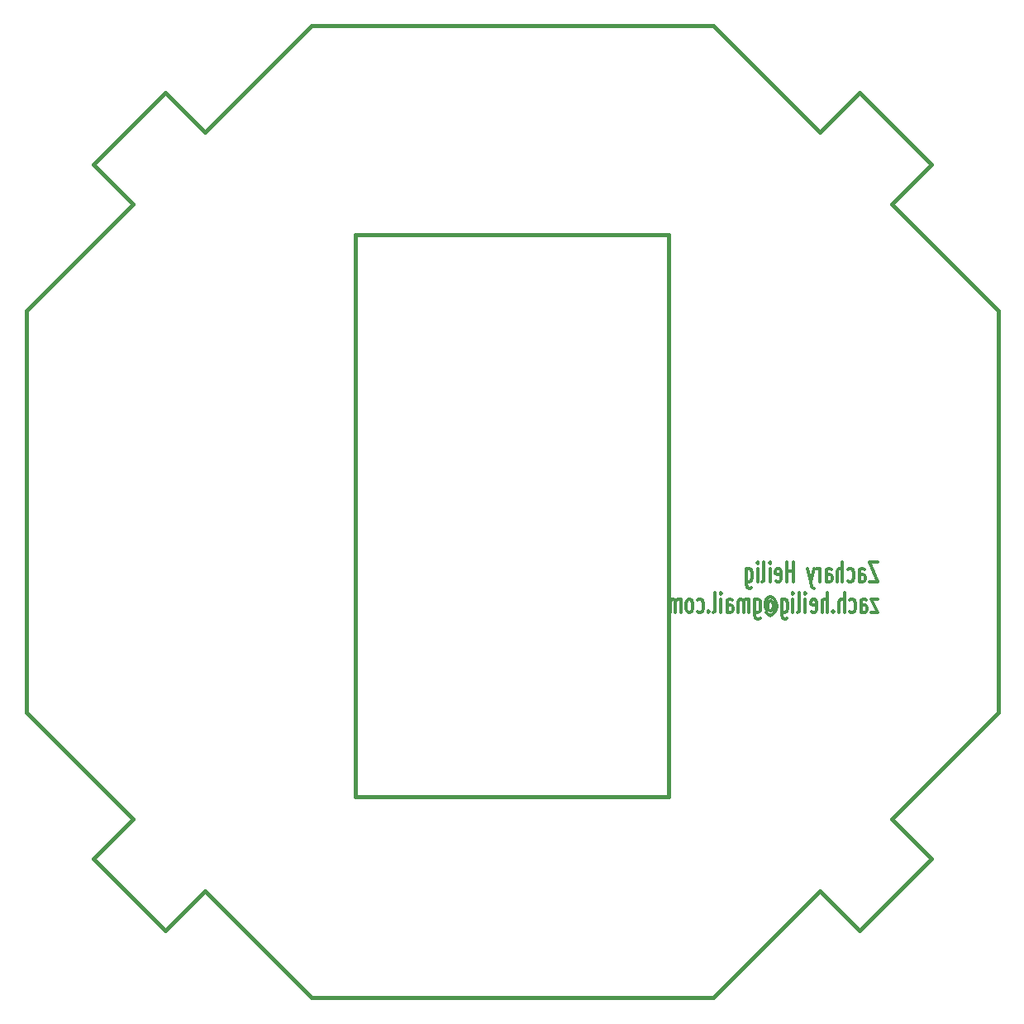
<source format=gbo>
G04 (created by PCBNEW-RS274X (2012-01-19 BZR 3256)-stable) date 2/20/2012 2:12:21 PM*
G01*
G70*
G90*
%MOIN*%
G04 Gerber Fmt 3.4, Leading zero omitted, Abs format*
%FSLAX34Y34*%
G04 APERTURE LIST*
%ADD10C,0.006000*%
%ADD11C,0.015000*%
%ADD12C,0.012000*%
G04 APERTURE END LIST*
G54D10*
G54D11*
X46000Y-56900D02*
X47600Y-55300D01*
X43100Y-54000D02*
X46000Y-56900D01*
X44700Y-52400D02*
X43100Y-54000D01*
X76900Y-54000D02*
X74000Y-56900D01*
X75300Y-52400D02*
X76900Y-54000D01*
X72400Y-55300D02*
X74000Y-56900D01*
X47600Y-24700D02*
X51900Y-20400D01*
X46000Y-23100D02*
X43100Y-26000D01*
X47600Y-24700D02*
X46000Y-23100D01*
X44700Y-27600D02*
X43100Y-26000D01*
X79600Y-48100D02*
X75300Y-52400D01*
X68100Y-59600D02*
X72400Y-55300D01*
X40400Y-48100D02*
X44700Y-52400D01*
X51900Y-59600D02*
X47600Y-55300D01*
X40400Y-31900D02*
X44700Y-27600D01*
X75300Y-27600D02*
X79600Y-31900D01*
X72400Y-24700D02*
X68100Y-20400D01*
X76900Y-26000D02*
X74000Y-23100D01*
X75300Y-27600D02*
X76900Y-26000D01*
X72400Y-24700D02*
X74000Y-23100D01*
X79600Y-31900D02*
X79600Y-48100D01*
X51900Y-20400D02*
X68100Y-20400D01*
X40400Y-48100D02*
X40400Y-31900D01*
X68100Y-59600D02*
X51900Y-59600D01*
G54D12*
X74729Y-42024D02*
X74395Y-42024D01*
X74729Y-42824D01*
X74395Y-42824D01*
X73991Y-42824D02*
X73991Y-42405D01*
X74014Y-42329D01*
X74062Y-42290D01*
X74157Y-42290D01*
X74205Y-42329D01*
X73991Y-42786D02*
X74038Y-42824D01*
X74157Y-42824D01*
X74205Y-42786D01*
X74229Y-42710D01*
X74229Y-42633D01*
X74205Y-42557D01*
X74157Y-42519D01*
X74038Y-42519D01*
X73991Y-42481D01*
X73539Y-42786D02*
X73586Y-42824D01*
X73682Y-42824D01*
X73729Y-42786D01*
X73753Y-42748D01*
X73777Y-42671D01*
X73777Y-42443D01*
X73753Y-42367D01*
X73729Y-42329D01*
X73682Y-42290D01*
X73586Y-42290D01*
X73539Y-42329D01*
X73324Y-42824D02*
X73324Y-42024D01*
X73110Y-42824D02*
X73110Y-42405D01*
X73133Y-42329D01*
X73181Y-42290D01*
X73253Y-42290D01*
X73300Y-42329D01*
X73324Y-42367D01*
X72658Y-42824D02*
X72658Y-42405D01*
X72681Y-42329D01*
X72729Y-42290D01*
X72824Y-42290D01*
X72872Y-42329D01*
X72658Y-42786D02*
X72705Y-42824D01*
X72824Y-42824D01*
X72872Y-42786D01*
X72896Y-42710D01*
X72896Y-42633D01*
X72872Y-42557D01*
X72824Y-42519D01*
X72705Y-42519D01*
X72658Y-42481D01*
X72420Y-42824D02*
X72420Y-42290D01*
X72420Y-42443D02*
X72396Y-42367D01*
X72372Y-42329D01*
X72325Y-42290D01*
X72277Y-42290D01*
X72158Y-42290D02*
X72039Y-42824D01*
X71919Y-42290D02*
X72039Y-42824D01*
X72086Y-43014D01*
X72110Y-43052D01*
X72158Y-43090D01*
X71348Y-42824D02*
X71348Y-42024D01*
X71348Y-42405D02*
X71062Y-42405D01*
X71062Y-42824D02*
X71062Y-42024D01*
X70633Y-42786D02*
X70681Y-42824D01*
X70776Y-42824D01*
X70824Y-42786D01*
X70848Y-42710D01*
X70848Y-42405D01*
X70824Y-42329D01*
X70776Y-42290D01*
X70681Y-42290D01*
X70633Y-42329D01*
X70610Y-42405D01*
X70610Y-42481D01*
X70848Y-42557D01*
X70395Y-42824D02*
X70395Y-42290D01*
X70395Y-42024D02*
X70419Y-42062D01*
X70395Y-42100D01*
X70371Y-42062D01*
X70395Y-42024D01*
X70395Y-42100D01*
X70086Y-42824D02*
X70133Y-42786D01*
X70157Y-42710D01*
X70157Y-42024D01*
X69895Y-42824D02*
X69895Y-42290D01*
X69895Y-42024D02*
X69919Y-42062D01*
X69895Y-42100D01*
X69871Y-42062D01*
X69895Y-42024D01*
X69895Y-42100D01*
X69443Y-42290D02*
X69443Y-42938D01*
X69466Y-43014D01*
X69490Y-43052D01*
X69538Y-43090D01*
X69609Y-43090D01*
X69657Y-43052D01*
X69443Y-42786D02*
X69490Y-42824D01*
X69586Y-42824D01*
X69633Y-42786D01*
X69657Y-42748D01*
X69681Y-42671D01*
X69681Y-42443D01*
X69657Y-42367D01*
X69633Y-42329D01*
X69586Y-42290D01*
X69490Y-42290D01*
X69443Y-42329D01*
X74729Y-43530D02*
X74467Y-43530D01*
X74729Y-44064D01*
X74467Y-44064D01*
X74062Y-44064D02*
X74062Y-43645D01*
X74085Y-43569D01*
X74133Y-43530D01*
X74228Y-43530D01*
X74276Y-43569D01*
X74062Y-44026D02*
X74109Y-44064D01*
X74228Y-44064D01*
X74276Y-44026D01*
X74300Y-43950D01*
X74300Y-43873D01*
X74276Y-43797D01*
X74228Y-43759D01*
X74109Y-43759D01*
X74062Y-43721D01*
X73610Y-44026D02*
X73657Y-44064D01*
X73753Y-44064D01*
X73800Y-44026D01*
X73824Y-43988D01*
X73848Y-43911D01*
X73848Y-43683D01*
X73824Y-43607D01*
X73800Y-43569D01*
X73753Y-43530D01*
X73657Y-43530D01*
X73610Y-43569D01*
X73395Y-44064D02*
X73395Y-43264D01*
X73181Y-44064D02*
X73181Y-43645D01*
X73204Y-43569D01*
X73252Y-43530D01*
X73324Y-43530D01*
X73371Y-43569D01*
X73395Y-43607D01*
X72943Y-43988D02*
X72919Y-44026D01*
X72943Y-44064D01*
X72967Y-44026D01*
X72943Y-43988D01*
X72943Y-44064D01*
X72705Y-44064D02*
X72705Y-43264D01*
X72491Y-44064D02*
X72491Y-43645D01*
X72514Y-43569D01*
X72562Y-43530D01*
X72634Y-43530D01*
X72681Y-43569D01*
X72705Y-43607D01*
X72062Y-44026D02*
X72110Y-44064D01*
X72205Y-44064D01*
X72253Y-44026D01*
X72277Y-43950D01*
X72277Y-43645D01*
X72253Y-43569D01*
X72205Y-43530D01*
X72110Y-43530D01*
X72062Y-43569D01*
X72039Y-43645D01*
X72039Y-43721D01*
X72277Y-43797D01*
X71824Y-44064D02*
X71824Y-43530D01*
X71824Y-43264D02*
X71848Y-43302D01*
X71824Y-43340D01*
X71800Y-43302D01*
X71824Y-43264D01*
X71824Y-43340D01*
X71515Y-44064D02*
X71562Y-44026D01*
X71586Y-43950D01*
X71586Y-43264D01*
X71324Y-44064D02*
X71324Y-43530D01*
X71324Y-43264D02*
X71348Y-43302D01*
X71324Y-43340D01*
X71300Y-43302D01*
X71324Y-43264D01*
X71324Y-43340D01*
X70872Y-43530D02*
X70872Y-44178D01*
X70895Y-44254D01*
X70919Y-44292D01*
X70967Y-44330D01*
X71038Y-44330D01*
X71086Y-44292D01*
X70872Y-44026D02*
X70919Y-44064D01*
X71015Y-44064D01*
X71062Y-44026D01*
X71086Y-43988D01*
X71110Y-43911D01*
X71110Y-43683D01*
X71086Y-43607D01*
X71062Y-43569D01*
X71015Y-43530D01*
X70919Y-43530D01*
X70872Y-43569D01*
X70324Y-43683D02*
X70348Y-43645D01*
X70396Y-43607D01*
X70443Y-43607D01*
X70491Y-43645D01*
X70515Y-43683D01*
X70539Y-43759D01*
X70539Y-43835D01*
X70515Y-43911D01*
X70491Y-43950D01*
X70443Y-43988D01*
X70396Y-43988D01*
X70348Y-43950D01*
X70324Y-43911D01*
X70324Y-43607D02*
X70324Y-43911D01*
X70301Y-43950D01*
X70277Y-43950D01*
X70229Y-43911D01*
X70205Y-43835D01*
X70205Y-43645D01*
X70253Y-43530D01*
X70324Y-43454D01*
X70420Y-43416D01*
X70515Y-43454D01*
X70586Y-43530D01*
X70634Y-43645D01*
X70658Y-43797D01*
X70634Y-43950D01*
X70586Y-44064D01*
X70515Y-44140D01*
X70420Y-44178D01*
X70324Y-44140D01*
X70253Y-44064D01*
X69777Y-43530D02*
X69777Y-44178D01*
X69800Y-44254D01*
X69824Y-44292D01*
X69872Y-44330D01*
X69943Y-44330D01*
X69991Y-44292D01*
X69777Y-44026D02*
X69824Y-44064D01*
X69920Y-44064D01*
X69967Y-44026D01*
X69991Y-43988D01*
X70015Y-43911D01*
X70015Y-43683D01*
X69991Y-43607D01*
X69967Y-43569D01*
X69920Y-43530D01*
X69824Y-43530D01*
X69777Y-43569D01*
X69539Y-44064D02*
X69539Y-43530D01*
X69539Y-43607D02*
X69515Y-43569D01*
X69468Y-43530D01*
X69396Y-43530D01*
X69348Y-43569D01*
X69325Y-43645D01*
X69325Y-44064D01*
X69325Y-43645D02*
X69301Y-43569D01*
X69253Y-43530D01*
X69182Y-43530D01*
X69134Y-43569D01*
X69110Y-43645D01*
X69110Y-44064D01*
X68658Y-44064D02*
X68658Y-43645D01*
X68681Y-43569D01*
X68729Y-43530D01*
X68824Y-43530D01*
X68872Y-43569D01*
X68658Y-44026D02*
X68705Y-44064D01*
X68824Y-44064D01*
X68872Y-44026D01*
X68896Y-43950D01*
X68896Y-43873D01*
X68872Y-43797D01*
X68824Y-43759D01*
X68705Y-43759D01*
X68658Y-43721D01*
X68420Y-44064D02*
X68420Y-43530D01*
X68420Y-43264D02*
X68444Y-43302D01*
X68420Y-43340D01*
X68396Y-43302D01*
X68420Y-43264D01*
X68420Y-43340D01*
X68111Y-44064D02*
X68158Y-44026D01*
X68182Y-43950D01*
X68182Y-43264D01*
X67920Y-43988D02*
X67896Y-44026D01*
X67920Y-44064D01*
X67944Y-44026D01*
X67920Y-43988D01*
X67920Y-44064D01*
X67468Y-44026D02*
X67515Y-44064D01*
X67611Y-44064D01*
X67658Y-44026D01*
X67682Y-43988D01*
X67706Y-43911D01*
X67706Y-43683D01*
X67682Y-43607D01*
X67658Y-43569D01*
X67611Y-43530D01*
X67515Y-43530D01*
X67468Y-43569D01*
X67182Y-44064D02*
X67229Y-44026D01*
X67253Y-43988D01*
X67277Y-43911D01*
X67277Y-43683D01*
X67253Y-43607D01*
X67229Y-43569D01*
X67182Y-43530D01*
X67110Y-43530D01*
X67062Y-43569D01*
X67039Y-43607D01*
X67015Y-43683D01*
X67015Y-43911D01*
X67039Y-43988D01*
X67062Y-44026D01*
X67110Y-44064D01*
X67182Y-44064D01*
X66801Y-44064D02*
X66801Y-43530D01*
X66801Y-43607D02*
X66777Y-43569D01*
X66730Y-43530D01*
X66658Y-43530D01*
X66610Y-43569D01*
X66587Y-43645D01*
X66587Y-44064D01*
X66587Y-43645D02*
X66563Y-43569D01*
X66515Y-43530D01*
X66444Y-43530D01*
X66396Y-43569D01*
X66372Y-43645D01*
X66372Y-44064D01*
G54D11*
X53681Y-51476D02*
X53681Y-28839D01*
X53681Y-28839D02*
X66319Y-28839D01*
X66319Y-28839D02*
X66319Y-51476D01*
X66319Y-51476D02*
X53681Y-51476D01*
M02*

</source>
